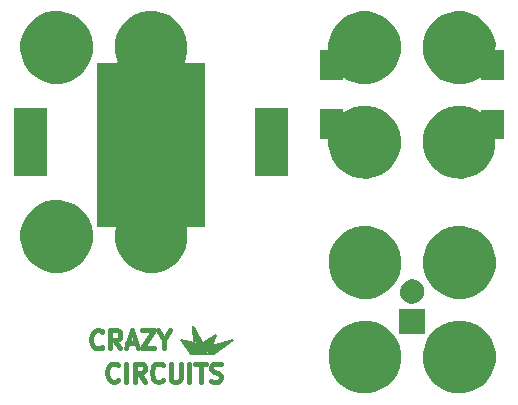
<source format=gts>
%TF.GenerationSoftware,KiCad,Pcbnew,4.0.5-e0-6337~49~ubuntu16.04.1*%
%TF.CreationDate,2017-01-29T14:30:55-08:00*%
%TF.ProjectId,LegoLED-SMTButton-Battery,4C65676F4C45442D534D54427574746F,1.0*%
%TF.FileFunction,Soldermask,Top*%
%FSLAX46Y46*%
G04 Gerber Fmt 4.6, Leading zero omitted, Abs format (unit mm)*
G04 Created by KiCad (PCBNEW 4.0.5-e0-6337~49~ubuntu16.04.1) date Sun Jan 29 14:30:55 2017*
%MOMM*%
%LPD*%
G01*
G04 APERTURE LIST*
%ADD10C,0.350000*%
%ADD11C,0.381000*%
%ADD12C,0.152400*%
%ADD13C,0.254000*%
G04 APERTURE END LIST*
D10*
D11*
X160677714Y-109144286D02*
X160605143Y-109216857D01*
X160387429Y-109289429D01*
X160242286Y-109289429D01*
X160024571Y-109216857D01*
X159879429Y-109071714D01*
X159806857Y-108926571D01*
X159734286Y-108636286D01*
X159734286Y-108418571D01*
X159806857Y-108128286D01*
X159879429Y-107983143D01*
X160024571Y-107838000D01*
X160242286Y-107765429D01*
X160387429Y-107765429D01*
X160605143Y-107838000D01*
X160677714Y-107910571D01*
X162201714Y-109289429D02*
X161693714Y-108563714D01*
X161330857Y-109289429D02*
X161330857Y-107765429D01*
X161911429Y-107765429D01*
X162056571Y-107838000D01*
X162129143Y-107910571D01*
X162201714Y-108055714D01*
X162201714Y-108273429D01*
X162129143Y-108418571D01*
X162056571Y-108491143D01*
X161911429Y-108563714D01*
X161330857Y-108563714D01*
X162782286Y-108854000D02*
X163508000Y-108854000D01*
X162637143Y-109289429D02*
X163145143Y-107765429D01*
X163653143Y-109289429D01*
X164016000Y-107765429D02*
X165032000Y-107765429D01*
X164016000Y-109289429D01*
X165032000Y-109289429D01*
X165902858Y-108563714D02*
X165902858Y-109289429D01*
X165394858Y-107765429D02*
X165902858Y-108563714D01*
X166410858Y-107765429D01*
X162017429Y-111944286D02*
X161944858Y-112016857D01*
X161727144Y-112089429D01*
X161582001Y-112089429D01*
X161364286Y-112016857D01*
X161219144Y-111871714D01*
X161146572Y-111726571D01*
X161074001Y-111436286D01*
X161074001Y-111218571D01*
X161146572Y-110928286D01*
X161219144Y-110783143D01*
X161364286Y-110638000D01*
X161582001Y-110565429D01*
X161727144Y-110565429D01*
X161944858Y-110638000D01*
X162017429Y-110710571D01*
X162670572Y-112089429D02*
X162670572Y-110565429D01*
X164267143Y-112089429D02*
X163759143Y-111363714D01*
X163396286Y-112089429D02*
X163396286Y-110565429D01*
X163976858Y-110565429D01*
X164122000Y-110638000D01*
X164194572Y-110710571D01*
X164267143Y-110855714D01*
X164267143Y-111073429D01*
X164194572Y-111218571D01*
X164122000Y-111291143D01*
X163976858Y-111363714D01*
X163396286Y-111363714D01*
X165791143Y-111944286D02*
X165718572Y-112016857D01*
X165500858Y-112089429D01*
X165355715Y-112089429D01*
X165138000Y-112016857D01*
X164992858Y-111871714D01*
X164920286Y-111726571D01*
X164847715Y-111436286D01*
X164847715Y-111218571D01*
X164920286Y-110928286D01*
X164992858Y-110783143D01*
X165138000Y-110638000D01*
X165355715Y-110565429D01*
X165500858Y-110565429D01*
X165718572Y-110638000D01*
X165791143Y-110710571D01*
X166444286Y-110565429D02*
X166444286Y-111799143D01*
X166516858Y-111944286D01*
X166589429Y-112016857D01*
X166734572Y-112089429D01*
X167024858Y-112089429D01*
X167170000Y-112016857D01*
X167242572Y-111944286D01*
X167315143Y-111799143D01*
X167315143Y-110565429D01*
X168040857Y-112089429D02*
X168040857Y-110565429D01*
X168548857Y-110565429D02*
X169419714Y-110565429D01*
X168984285Y-112089429D02*
X168984285Y-110565429D01*
X169855143Y-112016857D02*
X170072857Y-112089429D01*
X170435714Y-112089429D01*
X170580857Y-112016857D01*
X170653428Y-111944286D01*
X170726000Y-111799143D01*
X170726000Y-111654000D01*
X170653428Y-111508857D01*
X170580857Y-111436286D01*
X170435714Y-111363714D01*
X170145428Y-111291143D01*
X170000286Y-111218571D01*
X169927714Y-111146000D01*
X169855143Y-111000857D01*
X169855143Y-110855714D01*
X169927714Y-110710571D01*
X170000286Y-110638000D01*
X170145428Y-110565429D01*
X170508286Y-110565429D01*
X170726000Y-110638000D01*
D12*
X171296000Y-108729500D02*
X170153000Y-109682000D01*
X169962500Y-109682000D02*
X171296000Y-108729500D01*
X170915000Y-108856500D02*
X169962500Y-109682000D01*
X169835500Y-109618500D02*
X170915000Y-108856500D01*
X170724500Y-108920000D02*
X169835500Y-109618500D01*
X169581500Y-109682000D02*
X170724500Y-108920000D01*
X170407000Y-109047000D02*
X169581500Y-109682000D01*
X169454500Y-109618500D02*
X170407000Y-109047000D01*
X170216500Y-109047000D02*
X169454500Y-109618500D01*
X169454500Y-109491500D02*
X170216500Y-109047000D01*
X169962500Y-109047000D02*
X169454500Y-109491500D01*
X169391000Y-109364500D02*
X169962500Y-109047000D01*
X169962500Y-108856500D02*
X169391000Y-109364500D01*
X169962500Y-108729500D02*
X169327500Y-109237500D01*
X170089500Y-108539000D02*
X169264000Y-109110500D01*
X170089500Y-108412000D02*
X169264000Y-108983500D01*
D13*
X168248000Y-109618500D02*
X167613000Y-108729500D01*
D12*
X170153000Y-109745500D02*
X168184500Y-109745500D01*
X171740500Y-108602500D02*
X170153000Y-109745500D01*
X169962500Y-109047000D02*
X171740500Y-108602500D01*
X170280000Y-108158000D02*
X169962500Y-109047000D01*
X169200500Y-108856500D02*
X170280000Y-108158000D01*
X168375000Y-107396000D02*
X169200500Y-108920000D01*
X168438500Y-108793000D02*
X168375000Y-107396000D01*
X167359000Y-108539000D02*
X168438500Y-108793000D01*
X168184500Y-109745500D02*
X167359000Y-108539000D01*
D13*
X168438500Y-109618500D02*
X167803500Y-108729500D01*
X168629000Y-109618500D02*
X168057500Y-108793000D01*
X168756000Y-109618500D02*
X168311500Y-108856500D01*
X169010000Y-109618500D02*
X168565500Y-108793000D01*
X169200500Y-109618500D02*
X168629000Y-108539000D01*
X169391000Y-109618500D02*
X168502000Y-107904000D01*
X168565500Y-108602500D02*
X168502000Y-107777000D01*
D10*
G36*
X183223110Y-106925847D02*
X183814055Y-107047151D01*
X184370198Y-107280932D01*
X184870334Y-107618278D01*
X185295421Y-108046343D01*
X185629266Y-108548821D01*
X185859156Y-109106576D01*
X185976264Y-109698014D01*
X185976264Y-109698024D01*
X185976331Y-109698363D01*
X185966710Y-110387416D01*
X185966633Y-110387754D01*
X185966633Y-110387762D01*
X185833057Y-110975701D01*
X185587685Y-111526816D01*
X185239937Y-112019778D01*
X184803062Y-112435809D01*
X184293700Y-112759061D01*
X183731254Y-112977219D01*
X183137147Y-113081976D01*
X182534003Y-113069342D01*
X181944800Y-112939797D01*
X181391982Y-112698277D01*
X180896607Y-112353982D01*
X180477537Y-111920023D01*
X180150738Y-111412930D01*
X179928656Y-110852014D01*
X179819755Y-110258658D01*
X179828177Y-109655441D01*
X179953606Y-109065347D01*
X180191259Y-108510858D01*
X180532091Y-108013088D01*
X180963112Y-107591000D01*
X181467913Y-107260668D01*
X182027259Y-107034677D01*
X182619845Y-106921636D01*
X183223110Y-106925847D01*
X183223110Y-106925847D01*
G37*
G36*
X191223110Y-106925847D02*
X191814055Y-107047151D01*
X192370198Y-107280932D01*
X192870334Y-107618278D01*
X193295421Y-108046343D01*
X193629266Y-108548821D01*
X193859156Y-109106576D01*
X193976264Y-109698014D01*
X193976264Y-109698024D01*
X193976331Y-109698363D01*
X193966710Y-110387416D01*
X193966633Y-110387754D01*
X193966633Y-110387762D01*
X193833057Y-110975701D01*
X193587685Y-111526816D01*
X193239937Y-112019778D01*
X192803062Y-112435809D01*
X192293700Y-112759061D01*
X191731254Y-112977219D01*
X191137147Y-113081976D01*
X190534003Y-113069342D01*
X189944800Y-112939797D01*
X189391982Y-112698277D01*
X188896607Y-112353982D01*
X188477537Y-111920023D01*
X188150738Y-111412930D01*
X187928656Y-110852014D01*
X187819755Y-110258658D01*
X187828177Y-109655441D01*
X187953606Y-109065347D01*
X188191259Y-108510858D01*
X188532091Y-108013088D01*
X188963112Y-107591000D01*
X189467913Y-107260668D01*
X190027259Y-107034677D01*
X190619845Y-106921636D01*
X191223110Y-106925847D01*
X191223110Y-106925847D01*
G37*
G36*
X187976200Y-108026200D02*
X185823800Y-108026200D01*
X185823800Y-105973800D01*
X187976200Y-105973800D01*
X187976200Y-108026200D01*
X187976200Y-108026200D01*
G37*
G36*
X187007790Y-103434481D02*
X187204921Y-103474947D01*
X187390451Y-103552937D01*
X187557292Y-103665473D01*
X187699098Y-103808272D01*
X187810466Y-103975895D01*
X187887156Y-104161958D01*
X187926176Y-104359027D01*
X187926176Y-104359032D01*
X187926244Y-104359376D01*
X187923034Y-104589239D01*
X187922957Y-104589577D01*
X187922957Y-104589586D01*
X187878449Y-104785490D01*
X187796596Y-104969335D01*
X187680588Y-105133786D01*
X187534850Y-105272571D01*
X187364931Y-105380405D01*
X187177299Y-105453182D01*
X186979112Y-105488128D01*
X186777905Y-105483913D01*
X186581351Y-105440699D01*
X186396933Y-105360128D01*
X186231682Y-105245275D01*
X186091882Y-105100509D01*
X185982864Y-104931345D01*
X185908777Y-104744224D01*
X185872449Y-104546288D01*
X185875258Y-104345058D01*
X185917102Y-104148205D01*
X185996380Y-103963232D01*
X186110080Y-103797178D01*
X186253865Y-103656373D01*
X186422265Y-103546176D01*
X186608860Y-103470786D01*
X186806540Y-103433077D01*
X187007790Y-103434481D01*
X187007790Y-103434481D01*
G37*
G36*
X183223110Y-98925847D02*
X183814055Y-99047151D01*
X184370198Y-99280932D01*
X184870334Y-99618278D01*
X185295421Y-100046343D01*
X185629266Y-100548821D01*
X185859156Y-101106576D01*
X185976264Y-101698014D01*
X185976264Y-101698024D01*
X185976331Y-101698363D01*
X185966710Y-102387416D01*
X185966633Y-102387754D01*
X185966633Y-102387762D01*
X185833057Y-102975701D01*
X185587685Y-103526816D01*
X185239937Y-104019778D01*
X184803062Y-104435809D01*
X184293700Y-104759061D01*
X183731254Y-104977219D01*
X183137147Y-105081976D01*
X182534003Y-105069342D01*
X181944800Y-104939797D01*
X181391982Y-104698277D01*
X180896607Y-104353982D01*
X180477537Y-103920023D01*
X180150738Y-103412930D01*
X179928656Y-102852014D01*
X179819755Y-102258658D01*
X179828177Y-101655441D01*
X179953606Y-101065347D01*
X180191259Y-100510858D01*
X180532091Y-100013088D01*
X180963112Y-99591000D01*
X181467913Y-99260668D01*
X182027259Y-99034677D01*
X182619845Y-98921636D01*
X183223110Y-98925847D01*
X183223110Y-98925847D01*
G37*
G36*
X191223110Y-98925847D02*
X191814055Y-99047151D01*
X192370198Y-99280932D01*
X192870334Y-99618278D01*
X193295421Y-100046343D01*
X193629266Y-100548821D01*
X193859156Y-101106576D01*
X193976264Y-101698014D01*
X193976264Y-101698024D01*
X193976331Y-101698363D01*
X193966710Y-102387416D01*
X193966633Y-102387754D01*
X193966633Y-102387762D01*
X193833057Y-102975701D01*
X193587685Y-103526816D01*
X193239937Y-104019778D01*
X192803062Y-104435809D01*
X192293700Y-104759061D01*
X191731254Y-104977219D01*
X191137147Y-105081976D01*
X190534003Y-105069342D01*
X189944800Y-104939797D01*
X189391982Y-104698277D01*
X188896607Y-104353982D01*
X188477537Y-103920023D01*
X188150738Y-103412930D01*
X187928656Y-102852014D01*
X187819755Y-102258658D01*
X187828177Y-101655441D01*
X187953606Y-101065347D01*
X188191259Y-100510858D01*
X188532091Y-100013088D01*
X188963112Y-99591000D01*
X189467913Y-99260668D01*
X190027259Y-99034677D01*
X190619845Y-98921636D01*
X191223110Y-98925847D01*
X191223110Y-98925847D01*
G37*
G36*
X165123110Y-80725847D02*
X165714055Y-80847151D01*
X166270198Y-81080932D01*
X166770334Y-81418278D01*
X167195421Y-81846343D01*
X167529266Y-82348821D01*
X167759156Y-82906576D01*
X167876264Y-83498014D01*
X167876264Y-83498024D01*
X167876331Y-83498363D01*
X167866710Y-84187416D01*
X167866633Y-84187754D01*
X167866633Y-84187762D01*
X167733057Y-84775701D01*
X167630371Y-85006338D01*
X167626452Y-85020085D01*
X167626518Y-85034379D01*
X167630564Y-85048090D01*
X167638269Y-85060130D01*
X167649023Y-85069547D01*
X167661975Y-85075595D01*
X167676779Y-85077800D01*
X169372200Y-85077800D01*
X169372200Y-99030200D01*
X167845480Y-99030200D01*
X167831327Y-99032211D01*
X167818296Y-99038086D01*
X167807416Y-99047358D01*
X167799551Y-99059294D01*
X167795322Y-99072949D01*
X167795647Y-99090867D01*
X167876264Y-99498014D01*
X167876264Y-99498024D01*
X167876331Y-99498363D01*
X167866710Y-100187416D01*
X167866633Y-100187754D01*
X167866633Y-100187762D01*
X167733057Y-100775701D01*
X167487685Y-101326816D01*
X167139937Y-101819778D01*
X166703062Y-102235809D01*
X166193700Y-102559061D01*
X165631254Y-102777219D01*
X165037147Y-102881976D01*
X164434003Y-102869342D01*
X163844800Y-102739797D01*
X163291982Y-102498277D01*
X162796607Y-102153982D01*
X162377537Y-101720023D01*
X162050738Y-101212930D01*
X161828656Y-100652014D01*
X161719755Y-100058658D01*
X161728177Y-99455441D01*
X161805522Y-99091562D01*
X161806497Y-99077300D01*
X161803461Y-99063332D01*
X161796653Y-99050762D01*
X161786613Y-99040587D01*
X161774135Y-99033612D01*
X161755832Y-99030200D01*
X160219800Y-99030200D01*
X160219800Y-85077800D01*
X161922486Y-85077800D01*
X161936639Y-85075789D01*
X161949670Y-85069914D01*
X161960550Y-85060642D01*
X161968415Y-85048706D01*
X161972644Y-85035051D01*
X161972901Y-85020758D01*
X161969719Y-85008299D01*
X161828656Y-84652014D01*
X161719755Y-84058658D01*
X161728177Y-83455441D01*
X161853606Y-82865347D01*
X162091259Y-82310858D01*
X162432091Y-81813088D01*
X162863112Y-81391000D01*
X163367913Y-81060668D01*
X163927259Y-80834677D01*
X164519845Y-80721636D01*
X165123110Y-80725847D01*
X165123110Y-80725847D01*
G37*
G36*
X157123110Y-96725847D02*
X157714055Y-96847151D01*
X158270198Y-97080932D01*
X158770334Y-97418278D01*
X159195421Y-97846343D01*
X159529266Y-98348821D01*
X159759156Y-98906576D01*
X159876264Y-99498014D01*
X159876264Y-99498024D01*
X159876331Y-99498363D01*
X159866710Y-100187416D01*
X159866633Y-100187754D01*
X159866633Y-100187762D01*
X159733057Y-100775701D01*
X159487685Y-101326816D01*
X159139937Y-101819778D01*
X158703062Y-102235809D01*
X158193700Y-102559061D01*
X157631254Y-102777219D01*
X157037147Y-102881976D01*
X156434003Y-102869342D01*
X155844800Y-102739797D01*
X155291982Y-102498277D01*
X154796607Y-102153982D01*
X154377537Y-101720023D01*
X154050738Y-101212930D01*
X153828656Y-100652014D01*
X153719755Y-100058658D01*
X153728177Y-99455441D01*
X153853606Y-98865347D01*
X154091259Y-98310858D01*
X154432091Y-97813088D01*
X154863112Y-97391000D01*
X155367913Y-97060668D01*
X155927259Y-96834677D01*
X156519845Y-96721636D01*
X157123110Y-96725847D01*
X157123110Y-96725847D01*
G37*
G36*
X183203110Y-88745847D02*
X183794055Y-88867151D01*
X184350198Y-89100932D01*
X184850334Y-89438278D01*
X185275421Y-89866343D01*
X185609266Y-90368821D01*
X185839156Y-90926576D01*
X185956264Y-91518014D01*
X185956264Y-91518024D01*
X185956331Y-91518363D01*
X185946710Y-92207416D01*
X185946633Y-92207754D01*
X185946633Y-92207762D01*
X185813057Y-92795701D01*
X185567685Y-93346816D01*
X185219937Y-93839778D01*
X184783062Y-94255809D01*
X184273700Y-94579061D01*
X183711254Y-94797219D01*
X183117147Y-94901976D01*
X182514003Y-94889342D01*
X181924800Y-94759797D01*
X181371982Y-94518277D01*
X180876607Y-94173982D01*
X180457537Y-93740023D01*
X180130738Y-93232930D01*
X179908656Y-92672014D01*
X179799755Y-92078658D01*
X179805772Y-91647709D01*
X179803959Y-91633530D01*
X179798267Y-91620417D01*
X179789147Y-91609410D01*
X179777322Y-91601378D01*
X179763727Y-91596959D01*
X179754977Y-91596200D01*
X179103800Y-91596200D01*
X179103800Y-89043800D01*
X181056200Y-89043800D01*
X181056200Y-89243045D01*
X181058211Y-89257198D01*
X181064086Y-89270229D01*
X181073358Y-89281109D01*
X181085294Y-89288974D01*
X181098949Y-89293203D01*
X181113242Y-89293460D01*
X181127040Y-89289725D01*
X181134816Y-89285553D01*
X181447913Y-89080668D01*
X182007259Y-88854677D01*
X182599845Y-88741636D01*
X183203110Y-88745847D01*
X183203110Y-88745847D01*
G37*
G36*
X191203110Y-88745847D02*
X191794055Y-88867151D01*
X192350198Y-89100932D01*
X192624593Y-89286014D01*
X192637451Y-89292261D01*
X192651539Y-89294678D01*
X192665744Y-89293075D01*
X192678939Y-89287577D01*
X192690081Y-89278621D01*
X192698286Y-89266916D01*
X192702906Y-89253388D01*
X192703800Y-89243899D01*
X192703800Y-89093800D01*
X194656200Y-89093800D01*
X194656200Y-91546200D01*
X194005966Y-91546200D01*
X193991813Y-91548211D01*
X193978782Y-91554086D01*
X193967902Y-91563358D01*
X193960037Y-91575294D01*
X193955808Y-91588949D01*
X193955257Y-91595303D01*
X193946710Y-92207416D01*
X193946633Y-92207754D01*
X193946633Y-92207762D01*
X193813057Y-92795701D01*
X193567685Y-93346816D01*
X193219937Y-93839778D01*
X192783062Y-94255809D01*
X192273700Y-94579061D01*
X191711254Y-94797219D01*
X191117147Y-94901976D01*
X190514003Y-94889342D01*
X189924800Y-94759797D01*
X189371982Y-94518277D01*
X188876607Y-94173982D01*
X188457537Y-93740023D01*
X188130738Y-93232930D01*
X187908656Y-92672014D01*
X187799755Y-92078658D01*
X187808177Y-91475441D01*
X187933606Y-90885347D01*
X188171259Y-90330858D01*
X188512091Y-89833088D01*
X188943112Y-89411000D01*
X189447913Y-89080668D01*
X190007259Y-88854677D01*
X190599845Y-88741636D01*
X191203110Y-88745847D01*
X191203110Y-88745847D01*
G37*
G36*
X176376200Y-94656200D02*
X173623800Y-94656200D01*
X173623800Y-88943800D01*
X176376200Y-88943800D01*
X176376200Y-94656200D01*
X176376200Y-94656200D01*
G37*
G36*
X155976200Y-94656200D02*
X153223800Y-94656200D01*
X153223800Y-88943800D01*
X155976200Y-88943800D01*
X155976200Y-94656200D01*
X155976200Y-94656200D01*
G37*
G36*
X191203110Y-80745847D02*
X191794055Y-80867151D01*
X192350198Y-81100932D01*
X192850334Y-81438278D01*
X193275421Y-81866343D01*
X193609266Y-82368821D01*
X193839156Y-82926576D01*
X193956264Y-83518014D01*
X193956264Y-83518024D01*
X193956331Y-83518363D01*
X193949707Y-83992804D01*
X193951454Y-84006470D01*
X193957146Y-84019583D01*
X193966266Y-84030590D01*
X193978091Y-84038622D01*
X193991686Y-84043041D01*
X194000436Y-84043800D01*
X194656200Y-84043800D01*
X194656200Y-86596200D01*
X192703800Y-86596200D01*
X192703800Y-86398516D01*
X192701789Y-86384363D01*
X192695914Y-86371332D01*
X192686642Y-86360452D01*
X192674706Y-86352587D01*
X192661051Y-86348358D01*
X192646758Y-86348101D01*
X192632960Y-86351836D01*
X192625780Y-86355624D01*
X192273700Y-86579061D01*
X191711254Y-86797219D01*
X191117147Y-86901976D01*
X190514003Y-86889342D01*
X189924800Y-86759797D01*
X189371982Y-86518277D01*
X188876607Y-86173982D01*
X188457537Y-85740023D01*
X188130738Y-85232930D01*
X187908656Y-84672014D01*
X187799755Y-84078658D01*
X187808177Y-83475441D01*
X187933606Y-82885347D01*
X188171259Y-82330858D01*
X188512091Y-81833088D01*
X188943112Y-81411000D01*
X189447913Y-81080668D01*
X190007259Y-80854677D01*
X190599845Y-80741636D01*
X191203110Y-80745847D01*
X191203110Y-80745847D01*
G37*
G36*
X183203110Y-80745847D02*
X183794055Y-80867151D01*
X184350198Y-81100932D01*
X184850334Y-81438278D01*
X185275421Y-81866343D01*
X185609266Y-82368821D01*
X185839156Y-82926576D01*
X185956264Y-83518014D01*
X185956264Y-83518024D01*
X185956331Y-83518363D01*
X185946710Y-84207416D01*
X185946633Y-84207754D01*
X185946633Y-84207762D01*
X185813057Y-84795701D01*
X185567685Y-85346816D01*
X185219937Y-85839778D01*
X184783062Y-86255809D01*
X184273700Y-86579061D01*
X183711254Y-86797219D01*
X183117147Y-86901976D01*
X182514003Y-86889342D01*
X181924800Y-86759797D01*
X181371982Y-86518277D01*
X181135992Y-86354259D01*
X181123223Y-86347833D01*
X181109169Y-86345219D01*
X181094944Y-86346624D01*
X181081673Y-86351937D01*
X181070408Y-86360736D01*
X181062040Y-86372326D01*
X181057232Y-86385788D01*
X181056200Y-86395973D01*
X181056200Y-86596200D01*
X179103800Y-86596200D01*
X179103800Y-84043800D01*
X179750146Y-84043800D01*
X179764299Y-84041789D01*
X179777330Y-84035914D01*
X179788210Y-84026642D01*
X179796075Y-84014706D01*
X179800304Y-84001051D01*
X179800941Y-83993709D01*
X179808177Y-83475441D01*
X179933606Y-82885347D01*
X180171259Y-82330858D01*
X180512091Y-81833088D01*
X180943112Y-81411000D01*
X181447913Y-81080668D01*
X182007259Y-80854677D01*
X182599845Y-80741636D01*
X183203110Y-80745847D01*
X183203110Y-80745847D01*
G37*
G36*
X157123110Y-80725847D02*
X157714055Y-80847151D01*
X158270198Y-81080932D01*
X158770334Y-81418278D01*
X159195421Y-81846343D01*
X159529266Y-82348821D01*
X159759156Y-82906576D01*
X159876264Y-83498014D01*
X159876264Y-83498024D01*
X159876331Y-83498363D01*
X159866710Y-84187416D01*
X159866633Y-84187754D01*
X159866633Y-84187762D01*
X159733057Y-84775701D01*
X159487685Y-85326816D01*
X159139937Y-85819778D01*
X158703062Y-86235809D01*
X158193700Y-86559061D01*
X157631254Y-86777219D01*
X157037147Y-86881976D01*
X156434003Y-86869342D01*
X155844800Y-86739797D01*
X155291982Y-86498277D01*
X154796607Y-86153982D01*
X154377537Y-85720023D01*
X154050738Y-85212930D01*
X153828656Y-84652014D01*
X153719755Y-84058658D01*
X153728177Y-83455441D01*
X153853606Y-82865347D01*
X154091259Y-82310858D01*
X154432091Y-81813088D01*
X154863112Y-81391000D01*
X155367913Y-81060668D01*
X155927259Y-80834677D01*
X156519845Y-80721636D01*
X157123110Y-80725847D01*
X157123110Y-80725847D01*
G37*
M02*

</source>
